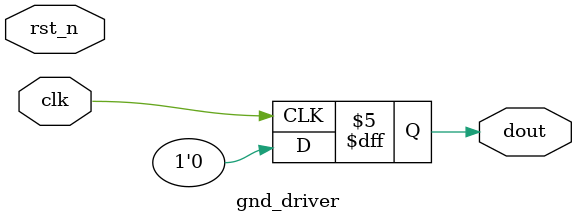
<source format=v>
`timescale 1 ns / 1 ps
(* DONT_TOUCH = "yes" *)
module gnd_driver(
    input clk,
    input rst_n,
    output reg dout
    );
    always@(posedge clk) begin
        if(!rst_n) dout <= 1'b0;
        else       dout <= 1'b0;
    end

endmodule

</source>
